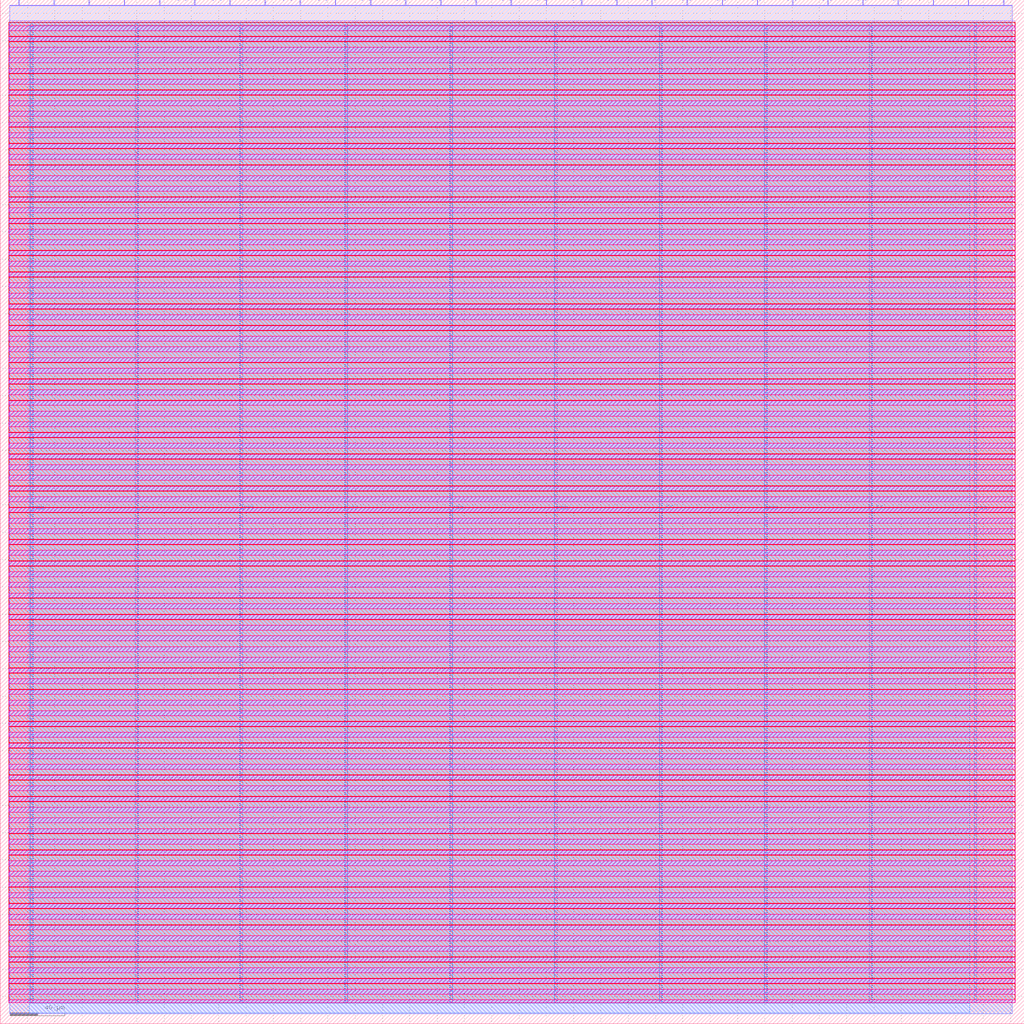
<source format=lef>
VERSION 5.7 ;
  NOWIREEXTENSIONATPIN ON ;
  DIVIDERCHAR "/" ;
  BUSBITCHARS "[]" ;
MACRO sid_top
  CLASS BLOCK ;
  FOREIGN sid_top ;
  ORIGIN 0.000 0.000 ;
  SIZE 750.000 BY 750.000 ;
  PIN DAC_clk
    DIRECTION OUTPUT TRISTATE ;
    USE SIGNAL ;
    ANTENNADIFFAREA 4.731200 ;
    PORT
      LAYER Metal2 ;
        RECT 13.440 746.000 14.000 750.000 ;
    END
  END DAC_clk
  PIN DAC_dat_1
    DIRECTION OUTPUT TRISTATE ;
    USE SIGNAL ;
    ANTENNADIFFAREA 4.731200 ;
    PORT
      LAYER Metal2 ;
        RECT 64.960 746.000 65.520 750.000 ;
    END
  END DAC_dat_1
  PIN DAC_dat_2
    DIRECTION OUTPUT TRISTATE ;
    USE SIGNAL ;
    ANTENNADIFFAREA 4.731200 ;
    PORT
      LAYER Metal2 ;
        RECT 90.720 746.000 91.280 750.000 ;
    END
  END DAC_dat_2
  PIN DAC_le
    DIRECTION OUTPUT TRISTATE ;
    USE SIGNAL ;
    ANTENNADIFFAREA 4.731200 ;
    PORT
      LAYER Metal2 ;
        RECT 39.200 746.000 39.760 750.000 ;
    END
  END DAC_le
  PIN addr[0]
    DIRECTION INPUT ;
    USE SIGNAL ;
    ANTENNAGATEAREA 1.102000 ;
    ANTENNADIFFAREA 0.410400 ;
    PORT
      LAYER Metal2 ;
        RECT 116.480 746.000 117.040 750.000 ;
    END
  END addr[0]
  PIN addr[1]
    DIRECTION INPUT ;
    USE SIGNAL ;
    ANTENNAGATEAREA 0.726000 ;
    ANTENNADIFFAREA 0.410400 ;
    PORT
      LAYER Metal2 ;
        RECT 142.240 746.000 142.800 750.000 ;
    END
  END addr[1]
  PIN addr[2]
    DIRECTION INPUT ;
    USE SIGNAL ;
    ANTENNAGATEAREA 1.102000 ;
    ANTENNADIFFAREA 0.410400 ;
    PORT
      LAYER Metal2 ;
        RECT 168.000 746.000 168.560 750.000 ;
    END
  END addr[2]
  PIN addr[3]
    DIRECTION INPUT ;
    USE SIGNAL ;
    ANTENNAGATEAREA 1.183000 ;
    ANTENNADIFFAREA 0.410400 ;
    PORT
      LAYER Metal2 ;
        RECT 193.760 746.000 194.320 750.000 ;
    END
  END addr[3]
  PIN addr[4]
    DIRECTION INPUT ;
    USE SIGNAL ;
    ANTENNAGATEAREA 0.726000 ;
    ANTENNADIFFAREA 0.410400 ;
    PORT
      LAYER Metal2 ;
        RECT 219.520 746.000 220.080 750.000 ;
    END
  END addr[4]
  PIN bus_cyc
    DIRECTION INPUT ;
    USE SIGNAL ;
    ANTENNAGATEAREA 0.741000 ;
    ANTENNADIFFAREA 0.410400 ;
    PORT
      LAYER Metal2 ;
        RECT 657.440 746.000 658.000 750.000 ;
    END
  END bus_cyc
  PIN bus_in[0]
    DIRECTION INPUT ;
    USE SIGNAL ;
    ANTENNAGATEAREA 0.726000 ;
    ANTENNADIFFAREA 0.410400 ;
    PORT
      LAYER Metal2 ;
        RECT 245.280 746.000 245.840 750.000 ;
    END
  END bus_in[0]
  PIN bus_in[1]
    DIRECTION INPUT ;
    USE SIGNAL ;
    ANTENNAGATEAREA 1.102000 ;
    ANTENNADIFFAREA 0.410400 ;
    PORT
      LAYER Metal2 ;
        RECT 271.040 746.000 271.600 750.000 ;
    END
  END bus_in[1]
  PIN bus_in[2]
    DIRECTION INPUT ;
    USE SIGNAL ;
    ANTENNAGATEAREA 0.726000 ;
    ANTENNADIFFAREA 0.410400 ;
    PORT
      LAYER Metal2 ;
        RECT 296.800 746.000 297.360 750.000 ;
    END
  END bus_in[2]
  PIN bus_in[3]
    DIRECTION INPUT ;
    USE SIGNAL ;
    ANTENNAGATEAREA 0.726000 ;
    ANTENNADIFFAREA 0.410400 ;
    PORT
      LAYER Metal2 ;
        RECT 322.560 746.000 323.120 750.000 ;
    END
  END bus_in[3]
  PIN bus_in[4]
    DIRECTION INPUT ;
    USE SIGNAL ;
    ANTENNAGATEAREA 0.498500 ;
    ANTENNADIFFAREA 0.410400 ;
    PORT
      LAYER Metal2 ;
        RECT 348.320 746.000 348.880 750.000 ;
    END
  END bus_in[4]
  PIN bus_in[5]
    DIRECTION INPUT ;
    USE SIGNAL ;
    ANTENNAGATEAREA 0.726000 ;
    ANTENNADIFFAREA 0.410400 ;
    PORT
      LAYER Metal2 ;
        RECT 374.080 746.000 374.640 750.000 ;
    END
  END bus_in[5]
  PIN bus_in[6]
    DIRECTION INPUT ;
    USE SIGNAL ;
    ANTENNAGATEAREA 0.726000 ;
    ANTENNADIFFAREA 0.410400 ;
    PORT
      LAYER Metal2 ;
        RECT 399.840 746.000 400.400 750.000 ;
    END
  END bus_in[6]
  PIN bus_in[7]
    DIRECTION INPUT ;
    USE SIGNAL ;
    ANTENNAGATEAREA 1.102000 ;
    ANTENNADIFFAREA 0.410400 ;
    PORT
      LAYER Metal2 ;
        RECT 425.600 746.000 426.160 750.000 ;
    END
  END bus_in[7]
  PIN bus_out[0]
    DIRECTION OUTPUT TRISTATE ;
    USE SIGNAL ;
    ANTENNADIFFAREA 4.731200 ;
    PORT
      LAYER Metal2 ;
        RECT 451.360 746.000 451.920 750.000 ;
    END
  END bus_out[0]
  PIN bus_out[1]
    DIRECTION OUTPUT TRISTATE ;
    USE SIGNAL ;
    ANTENNADIFFAREA 4.731200 ;
    PORT
      LAYER Metal2 ;
        RECT 477.120 746.000 477.680 750.000 ;
    END
  END bus_out[1]
  PIN bus_out[2]
    DIRECTION OUTPUT TRISTATE ;
    USE SIGNAL ;
    ANTENNADIFFAREA 4.731200 ;
    PORT
      LAYER Metal2 ;
        RECT 502.880 746.000 503.440 750.000 ;
    END
  END bus_out[2]
  PIN bus_out[3]
    DIRECTION OUTPUT TRISTATE ;
    USE SIGNAL ;
    ANTENNADIFFAREA 4.731200 ;
    PORT
      LAYER Metal2 ;
        RECT 528.640 746.000 529.200 750.000 ;
    END
  END bus_out[3]
  PIN bus_out[4]
    DIRECTION OUTPUT TRISTATE ;
    USE SIGNAL ;
    ANTENNADIFFAREA 4.731200 ;
    PORT
      LAYER Metal2 ;
        RECT 554.400 746.000 554.960 750.000 ;
    END
  END bus_out[4]
  PIN bus_out[5]
    DIRECTION OUTPUT TRISTATE ;
    USE SIGNAL ;
    ANTENNADIFFAREA 4.731200 ;
    PORT
      LAYER Metal2 ;
        RECT 580.160 746.000 580.720 750.000 ;
    END
  END bus_out[5]
  PIN bus_out[6]
    DIRECTION OUTPUT TRISTATE ;
    USE SIGNAL ;
    ANTENNADIFFAREA 4.731200 ;
    PORT
      LAYER Metal2 ;
        RECT 605.920 746.000 606.480 750.000 ;
    END
  END bus_out[6]
  PIN bus_out[7]
    DIRECTION OUTPUT TRISTATE ;
    USE SIGNAL ;
    ANTENNADIFFAREA 4.731200 ;
    PORT
      LAYER Metal2 ;
        RECT 631.680 746.000 632.240 750.000 ;
    END
  END bus_out[7]
  PIN bus_we
    DIRECTION INPUT ;
    USE SIGNAL ;
    ANTENNAGATEAREA 0.741000 ;
    ANTENNADIFFAREA 0.410400 ;
    PORT
      LAYER Metal2 ;
        RECT 683.200 746.000 683.760 750.000 ;
    END
  END bus_we
  PIN clk
    DIRECTION INPUT ;
    USE SIGNAL ;
    ANTENNAGATEAREA 4.738000 ;
    ANTENNADIFFAREA 0.410400 ;
    PORT
      LAYER Metal2 ;
        RECT 708.960 746.000 709.520 750.000 ;
    END
  END clk
  PIN rst
    DIRECTION INPUT ;
    USE SIGNAL ;
    ANTENNAGATEAREA 1.102000 ;
    ANTENNADIFFAREA 0.410400 ;
    PORT
      LAYER Metal2 ;
        RECT 734.720 746.000 735.280 750.000 ;
    END
  END rst
  PIN vdd
    DIRECTION INOUT ;
    USE POWER ;
    PORT
      LAYER Metal4 ;
        RECT 22.240 15.380 23.840 733.340 ;
    END
    PORT
      LAYER Metal4 ;
        RECT 175.840 15.380 177.440 733.340 ;
    END
    PORT
      LAYER Metal4 ;
        RECT 329.440 15.380 331.040 733.340 ;
    END
    PORT
      LAYER Metal4 ;
        RECT 483.040 15.380 484.640 733.340 ;
    END
    PORT
      LAYER Metal4 ;
        RECT 636.640 15.380 638.240 733.340 ;
    END
  END vdd
  PIN vss
    DIRECTION INOUT ;
    USE GROUND ;
    PORT
      LAYER Metal4 ;
        RECT 99.040 15.380 100.640 733.340 ;
    END
    PORT
      LAYER Metal4 ;
        RECT 252.640 15.380 254.240 733.340 ;
    END
    PORT
      LAYER Metal4 ;
        RECT 406.240 15.380 407.840 733.340 ;
    END
    PORT
      LAYER Metal4 ;
        RECT 559.840 15.380 561.440 733.340 ;
    END
    PORT
      LAYER Metal4 ;
        RECT 713.440 15.380 715.040 733.340 ;
    END
  END vss
  OBS
      LAYER Nwell ;
        RECT 6.290 730.880 743.550 733.470 ;
      LAYER Pwell ;
        RECT 6.290 727.360 743.550 730.880 ;
      LAYER Nwell ;
        RECT 6.290 727.235 63.880 727.360 ;
        RECT 6.290 723.165 743.550 727.235 ;
        RECT 6.290 723.040 37.905 723.165 ;
      LAYER Pwell ;
        RECT 6.290 719.520 743.550 723.040 ;
      LAYER Nwell ;
        RECT 6.290 719.395 19.425 719.520 ;
        RECT 6.290 715.325 743.550 719.395 ;
        RECT 6.290 715.200 12.705 715.325 ;
      LAYER Pwell ;
        RECT 6.290 711.680 743.550 715.200 ;
      LAYER Nwell ;
        RECT 6.290 711.555 62.200 711.680 ;
        RECT 6.290 707.485 743.550 711.555 ;
        RECT 6.290 707.360 333.800 707.485 ;
      LAYER Pwell ;
        RECT 6.290 703.840 743.550 707.360 ;
      LAYER Nwell ;
        RECT 6.290 703.715 91.105 703.840 ;
        RECT 6.290 699.645 743.550 703.715 ;
        RECT 6.290 699.520 12.705 699.645 ;
      LAYER Pwell ;
        RECT 6.290 696.000 743.550 699.520 ;
      LAYER Nwell ;
        RECT 6.290 695.875 142.065 696.000 ;
        RECT 6.290 691.805 743.550 695.875 ;
        RECT 6.290 691.680 12.705 691.805 ;
      LAYER Pwell ;
        RECT 6.290 688.160 743.550 691.680 ;
      LAYER Nwell ;
        RECT 6.290 688.035 105.320 688.160 ;
        RECT 6.290 683.965 743.550 688.035 ;
        RECT 6.290 683.840 149.905 683.965 ;
      LAYER Pwell ;
        RECT 6.290 680.320 743.550 683.840 ;
      LAYER Nwell ;
        RECT 6.290 680.195 12.705 680.320 ;
        RECT 6.290 676.125 743.550 680.195 ;
        RECT 6.290 676.000 39.350 676.125 ;
      LAYER Pwell ;
        RECT 6.290 672.480 743.550 676.000 ;
      LAYER Nwell ;
        RECT 6.290 672.355 22.830 672.480 ;
        RECT 6.290 668.285 743.550 672.355 ;
        RECT 6.290 668.160 81.030 668.285 ;
      LAYER Pwell ;
        RECT 6.290 664.640 743.550 668.160 ;
      LAYER Nwell ;
        RECT 6.290 664.515 180.145 664.640 ;
        RECT 6.290 660.445 743.550 664.515 ;
        RECT 6.290 660.320 14.990 660.445 ;
      LAYER Pwell ;
        RECT 6.290 656.800 743.550 660.320 ;
      LAYER Nwell ;
        RECT 6.290 656.675 36.915 656.800 ;
        RECT 6.290 652.605 743.550 656.675 ;
        RECT 6.290 652.480 38.230 652.605 ;
      LAYER Pwell ;
        RECT 6.290 648.960 743.550 652.480 ;
      LAYER Nwell ;
        RECT 6.290 648.835 25.910 648.960 ;
        RECT 6.290 644.765 743.550 648.835 ;
        RECT 6.290 644.640 51.670 644.765 ;
      LAYER Pwell ;
        RECT 6.290 641.120 743.550 644.640 ;
      LAYER Nwell ;
        RECT 6.290 640.995 140.040 641.120 ;
        RECT 6.290 636.925 743.550 640.995 ;
        RECT 6.290 636.800 12.705 636.925 ;
      LAYER Pwell ;
        RECT 6.290 633.280 743.550 636.800 ;
      LAYER Nwell ;
        RECT 6.290 633.155 185.960 633.280 ;
        RECT 6.290 629.085 743.550 633.155 ;
        RECT 6.290 628.960 32.305 629.085 ;
      LAYER Pwell ;
        RECT 6.290 625.440 743.550 628.960 ;
      LAYER Nwell ;
        RECT 6.290 625.315 12.705 625.440 ;
        RECT 6.290 621.245 743.550 625.315 ;
        RECT 6.290 621.120 51.000 621.245 ;
      LAYER Pwell ;
        RECT 6.290 617.600 743.550 621.120 ;
      LAYER Nwell ;
        RECT 6.290 617.475 144.520 617.600 ;
        RECT 6.290 613.405 743.550 617.475 ;
        RECT 6.290 613.280 83.590 613.405 ;
      LAYER Pwell ;
        RECT 6.290 609.760 743.550 613.280 ;
      LAYER Nwell ;
        RECT 6.290 609.635 18.385 609.760 ;
        RECT 6.290 605.565 743.550 609.635 ;
        RECT 6.290 605.440 21.210 605.565 ;
      LAYER Pwell ;
        RECT 6.290 601.920 743.550 605.440 ;
      LAYER Nwell ;
        RECT 6.290 601.795 56.430 601.920 ;
        RECT 6.290 597.725 743.550 601.795 ;
        RECT 6.290 597.600 74.955 597.725 ;
      LAYER Pwell ;
        RECT 6.290 594.080 743.550 597.600 ;
      LAYER Nwell ;
        RECT 6.290 593.955 38.085 594.080 ;
        RECT 6.290 589.885 743.550 593.955 ;
        RECT 6.290 589.760 81.175 589.885 ;
      LAYER Pwell ;
        RECT 6.290 586.240 743.550 589.760 ;
      LAYER Nwell ;
        RECT 6.290 586.115 9.995 586.240 ;
        RECT 6.290 582.045 743.550 586.115 ;
        RECT 6.290 581.920 55.310 582.045 ;
      LAYER Pwell ;
        RECT 6.290 578.400 743.550 581.920 ;
      LAYER Nwell ;
        RECT 6.290 578.275 136.680 578.400 ;
        RECT 6.290 574.205 743.550 578.275 ;
        RECT 6.290 574.080 39.630 574.205 ;
      LAYER Pwell ;
        RECT 6.290 570.560 743.550 574.080 ;
      LAYER Nwell ;
        RECT 6.290 570.435 27.030 570.560 ;
        RECT 6.290 566.365 743.550 570.435 ;
        RECT 6.290 566.240 80.230 566.365 ;
      LAYER Pwell ;
        RECT 6.290 562.720 743.550 566.240 ;
      LAYER Nwell ;
        RECT 6.290 562.595 57.830 562.720 ;
        RECT 6.290 558.525 743.550 562.595 ;
        RECT 6.290 558.400 204.440 558.525 ;
      LAYER Pwell ;
        RECT 6.290 554.880 743.550 558.400 ;
      LAYER Nwell ;
        RECT 6.290 554.755 130.865 554.880 ;
        RECT 6.290 550.685 743.550 554.755 ;
        RECT 6.290 550.560 110.705 550.685 ;
      LAYER Pwell ;
        RECT 6.290 547.040 743.550 550.560 ;
      LAYER Nwell ;
        RECT 6.290 546.915 224.945 547.040 ;
        RECT 6.290 542.845 743.550 546.915 ;
        RECT 6.290 542.720 48.310 542.845 ;
      LAYER Pwell ;
        RECT 6.290 539.200 743.550 542.720 ;
      LAYER Nwell ;
        RECT 6.290 539.075 222.705 539.200 ;
        RECT 6.290 535.005 743.550 539.075 ;
        RECT 6.290 534.880 21.990 535.005 ;
      LAYER Pwell ;
        RECT 6.290 531.360 743.550 534.880 ;
      LAYER Nwell ;
        RECT 6.290 531.235 150.465 531.360 ;
        RECT 6.290 527.165 743.550 531.235 ;
        RECT 6.290 527.040 203.880 527.165 ;
      LAYER Pwell ;
        RECT 6.290 523.520 743.550 527.040 ;
      LAYER Nwell ;
        RECT 6.290 523.395 12.705 523.520 ;
        RECT 6.290 519.325 743.550 523.395 ;
        RECT 6.290 519.200 71.505 519.325 ;
      LAYER Pwell ;
        RECT 6.290 515.680 743.550 519.200 ;
      LAYER Nwell ;
        RECT 6.290 515.555 18.305 515.680 ;
        RECT 6.290 511.485 743.550 515.555 ;
        RECT 6.290 511.360 12.705 511.485 ;
      LAYER Pwell ;
        RECT 6.290 507.840 743.550 511.360 ;
      LAYER Nwell ;
        RECT 6.290 507.715 92.785 507.840 ;
        RECT 6.290 503.645 743.550 507.715 ;
        RECT 6.290 503.520 165.025 503.645 ;
      LAYER Pwell ;
        RECT 6.290 500.000 743.550 503.520 ;
      LAYER Nwell ;
        RECT 6.290 499.875 34.545 500.000 ;
        RECT 6.290 495.805 743.550 499.875 ;
        RECT 6.290 495.680 86.950 495.805 ;
      LAYER Pwell ;
        RECT 6.290 492.160 743.550 495.680 ;
      LAYER Nwell ;
        RECT 6.290 492.035 21.105 492.160 ;
        RECT 6.290 487.965 743.550 492.035 ;
        RECT 6.290 487.840 12.705 487.965 ;
      LAYER Pwell ;
        RECT 6.290 484.320 743.550 487.840 ;
      LAYER Nwell ;
        RECT 6.290 484.195 142.625 484.320 ;
        RECT 6.290 480.125 743.550 484.195 ;
        RECT 6.290 480.000 159.425 480.125 ;
      LAYER Pwell ;
        RECT 6.290 476.480 743.550 480.000 ;
      LAYER Nwell ;
        RECT 6.290 476.355 90.740 476.480 ;
        RECT 6.290 472.285 743.550 476.355 ;
        RECT 6.290 472.160 12.705 472.285 ;
      LAYER Pwell ;
        RECT 6.290 468.640 743.550 472.160 ;
      LAYER Nwell ;
        RECT 6.290 468.515 52.230 468.640 ;
        RECT 6.290 464.445 743.550 468.515 ;
        RECT 6.290 464.320 40.900 464.445 ;
      LAYER Pwell ;
        RECT 6.290 460.800 743.550 464.320 ;
      LAYER Nwell ;
        RECT 6.290 460.675 39.115 460.800 ;
        RECT 6.290 456.605 743.550 460.675 ;
        RECT 6.290 456.480 42.475 456.605 ;
      LAYER Pwell ;
        RECT 6.290 452.960 743.550 456.480 ;
      LAYER Nwell ;
        RECT 6.290 452.835 170.625 452.960 ;
        RECT 6.290 448.765 743.550 452.835 ;
        RECT 6.290 448.640 12.705 448.765 ;
      LAYER Pwell ;
        RECT 6.290 445.120 743.550 448.640 ;
      LAYER Nwell ;
        RECT 6.290 444.995 61.515 445.120 ;
        RECT 6.290 440.925 743.550 444.995 ;
        RECT 6.290 440.800 110.705 440.925 ;
      LAYER Pwell ;
        RECT 6.290 437.280 743.550 440.800 ;
      LAYER Nwell ;
        RECT 6.290 437.155 111.590 437.280 ;
        RECT 6.290 433.085 743.550 437.155 ;
        RECT 6.290 432.960 83.480 433.085 ;
      LAYER Pwell ;
        RECT 6.290 429.440 743.550 432.960 ;
      LAYER Nwell ;
        RECT 6.290 429.315 12.705 429.440 ;
        RECT 6.290 425.245 743.550 429.315 ;
        RECT 6.290 425.120 153.825 425.245 ;
      LAYER Pwell ;
        RECT 6.290 421.600 743.550 425.120 ;
      LAYER Nwell ;
        RECT 6.290 421.475 56.945 421.600 ;
        RECT 6.290 417.405 743.550 421.475 ;
        RECT 6.290 417.280 187.505 417.405 ;
      LAYER Pwell ;
        RECT 6.290 413.760 743.550 417.280 ;
      LAYER Nwell ;
        RECT 6.290 413.635 287.105 413.760 ;
        RECT 6.290 409.565 743.550 413.635 ;
        RECT 6.290 409.440 41.890 409.565 ;
      LAYER Pwell ;
        RECT 6.290 405.920 743.550 409.440 ;
      LAYER Nwell ;
        RECT 6.290 405.795 12.705 405.920 ;
        RECT 6.290 401.725 743.550 405.795 ;
        RECT 6.290 401.600 154.385 401.725 ;
      LAYER Pwell ;
        RECT 6.290 398.080 743.550 401.600 ;
      LAYER Nwell ;
        RECT 6.290 397.955 12.705 398.080 ;
        RECT 6.290 393.885 743.550 397.955 ;
        RECT 6.290 393.760 29.010 393.885 ;
      LAYER Pwell ;
        RECT 6.290 390.240 743.550 393.760 ;
      LAYER Nwell ;
        RECT 6.290 390.115 38.555 390.240 ;
        RECT 6.290 386.045 743.550 390.115 ;
        RECT 6.290 385.920 36.830 386.045 ;
      LAYER Pwell ;
        RECT 6.290 382.400 743.550 385.920 ;
      LAYER Nwell ;
        RECT 6.290 382.275 209.265 382.400 ;
        RECT 6.290 378.205 743.550 382.275 ;
        RECT 6.290 378.080 112.385 378.205 ;
      LAYER Pwell ;
        RECT 6.290 374.560 743.550 378.080 ;
      LAYER Nwell ;
        RECT 6.290 374.435 12.705 374.560 ;
        RECT 6.290 370.365 743.550 374.435 ;
        RECT 6.290 370.240 76.940 370.365 ;
      LAYER Pwell ;
        RECT 6.290 366.720 743.550 370.240 ;
      LAYER Nwell ;
        RECT 6.290 366.595 52.860 366.720 ;
        RECT 6.290 362.525 743.550 366.595 ;
        RECT 6.290 362.400 13.265 362.525 ;
      LAYER Pwell ;
        RECT 6.290 358.880 743.550 362.400 ;
      LAYER Nwell ;
        RECT 6.290 358.755 110.360 358.880 ;
        RECT 6.290 354.685 743.550 358.755 ;
        RECT 6.290 354.560 209.825 354.685 ;
      LAYER Pwell ;
        RECT 6.290 351.040 743.550 354.560 ;
      LAYER Nwell ;
        RECT 6.290 350.915 130.070 351.040 ;
        RECT 6.290 346.845 743.550 350.915 ;
        RECT 6.290 346.720 335.305 346.845 ;
      LAYER Pwell ;
        RECT 6.290 343.200 743.550 346.720 ;
      LAYER Nwell ;
        RECT 6.290 343.075 12.705 343.200 ;
        RECT 6.290 339.005 743.550 343.075 ;
        RECT 6.290 338.880 13.265 339.005 ;
      LAYER Pwell ;
        RECT 6.290 335.360 743.550 338.880 ;
      LAYER Nwell ;
        RECT 6.290 335.235 98.385 335.360 ;
        RECT 6.290 331.165 743.550 335.235 ;
        RECT 6.290 331.040 160.760 331.165 ;
      LAYER Pwell ;
        RECT 6.290 327.520 743.550 331.040 ;
      LAYER Nwell ;
        RECT 6.290 327.395 218.875 327.520 ;
        RECT 6.290 323.325 743.550 327.395 ;
        RECT 6.290 323.200 88.520 323.325 ;
      LAYER Pwell ;
        RECT 6.290 319.680 743.550 323.200 ;
      LAYER Nwell ;
        RECT 6.290 319.555 16.065 319.680 ;
        RECT 6.290 315.485 743.550 319.555 ;
        RECT 6.290 315.360 12.705 315.485 ;
      LAYER Pwell ;
        RECT 6.290 311.840 743.550 315.360 ;
      LAYER Nwell ;
        RECT 6.290 311.715 32.305 311.840 ;
        RECT 6.290 307.645 743.550 311.715 ;
        RECT 6.290 307.520 91.990 307.645 ;
      LAYER Pwell ;
        RECT 6.290 304.000 743.550 307.520 ;
      LAYER Nwell ;
        RECT 6.290 303.875 24.465 304.000 ;
        RECT 6.290 299.805 743.550 303.875 ;
        RECT 6.290 299.680 45.745 299.805 ;
      LAYER Pwell ;
        RECT 6.290 296.160 743.550 299.680 ;
      LAYER Nwell ;
        RECT 6.290 296.035 62.545 296.160 ;
        RECT 6.290 291.965 743.550 296.035 ;
        RECT 6.290 291.840 44.105 291.965 ;
      LAYER Pwell ;
        RECT 6.290 288.320 743.550 291.840 ;
      LAYER Nwell ;
        RECT 6.290 288.195 16.950 288.320 ;
        RECT 6.290 284.125 743.550 288.195 ;
        RECT 6.290 284.000 59.020 284.125 ;
      LAYER Pwell ;
        RECT 6.290 280.480 743.550 284.000 ;
      LAYER Nwell ;
        RECT 6.290 280.355 51.670 280.480 ;
        RECT 6.290 276.285 743.550 280.355 ;
        RECT 6.290 276.160 149.905 276.285 ;
      LAYER Pwell ;
        RECT 6.290 272.640 743.550 276.160 ;
      LAYER Nwell ;
        RECT 6.290 272.515 36.375 272.640 ;
        RECT 6.290 268.445 743.550 272.515 ;
        RECT 6.290 268.320 159.260 268.445 ;
      LAYER Pwell ;
        RECT 6.290 264.800 743.550 268.320 ;
      LAYER Nwell ;
        RECT 6.290 264.675 256.455 264.800 ;
        RECT 6.290 260.605 743.550 264.675 ;
        RECT 6.290 260.480 201.190 260.605 ;
      LAYER Pwell ;
        RECT 6.290 256.960 743.550 260.480 ;
      LAYER Nwell ;
        RECT 6.290 256.835 29.550 256.960 ;
        RECT 6.290 252.765 743.550 256.835 ;
        RECT 6.290 252.640 9.950 252.765 ;
      LAYER Pwell ;
        RECT 6.290 249.120 743.550 252.640 ;
      LAYER Nwell ;
        RECT 6.290 248.995 166.210 249.120 ;
        RECT 6.290 244.925 743.550 248.995 ;
        RECT 6.290 244.800 158.865 244.925 ;
      LAYER Pwell ;
        RECT 6.290 241.280 743.550 244.800 ;
      LAYER Nwell ;
        RECT 6.290 241.155 37.950 241.280 ;
        RECT 6.290 237.085 743.550 241.155 ;
        RECT 6.290 236.960 154.650 237.085 ;
      LAYER Pwell ;
        RECT 6.290 233.440 743.550 236.960 ;
      LAYER Nwell ;
        RECT 6.290 233.315 51.670 233.440 ;
        RECT 6.290 229.245 743.550 233.315 ;
        RECT 6.290 229.120 210.430 229.245 ;
      LAYER Pwell ;
        RECT 6.290 225.600 743.550 229.120 ;
      LAYER Nwell ;
        RECT 6.290 225.475 48.590 225.600 ;
        RECT 6.290 221.405 743.550 225.475 ;
        RECT 6.290 221.280 62.870 221.405 ;
      LAYER Pwell ;
        RECT 6.290 217.760 743.550 221.280 ;
      LAYER Nwell ;
        RECT 6.290 217.635 413.990 217.760 ;
        RECT 6.290 213.565 743.550 217.635 ;
        RECT 6.290 213.440 227.275 213.565 ;
      LAYER Pwell ;
        RECT 6.290 209.920 743.550 213.440 ;
      LAYER Nwell ;
        RECT 6.290 209.795 186.910 209.920 ;
        RECT 6.290 205.725 743.550 209.795 ;
        RECT 6.290 205.600 86.390 205.725 ;
      LAYER Pwell ;
        RECT 6.290 202.080 743.550 205.600 ;
      LAYER Nwell ;
        RECT 6.290 201.955 138.750 202.080 ;
        RECT 6.290 197.885 743.550 201.955 ;
        RECT 6.290 197.760 41.870 197.885 ;
      LAYER Pwell ;
        RECT 6.290 194.240 743.550 197.760 ;
      LAYER Nwell ;
        RECT 6.290 194.115 118.590 194.240 ;
        RECT 6.290 190.045 743.550 194.115 ;
        RECT 6.290 189.920 177.390 190.045 ;
      LAYER Pwell ;
        RECT 6.290 186.400 743.550 189.920 ;
      LAYER Nwell ;
        RECT 6.290 186.275 11.675 186.400 ;
        RECT 6.290 182.205 743.550 186.275 ;
        RECT 6.290 182.080 28.990 182.205 ;
      LAYER Pwell ;
        RECT 6.290 178.560 743.550 182.080 ;
      LAYER Nwell ;
        RECT 6.290 178.435 89.505 178.560 ;
        RECT 6.290 174.365 743.550 178.435 ;
        RECT 6.290 174.240 68.190 174.365 ;
      LAYER Pwell ;
        RECT 6.290 170.720 743.550 174.240 ;
      LAYER Nwell ;
        RECT 6.290 170.595 22.830 170.720 ;
        RECT 6.290 166.525 743.550 170.595 ;
        RECT 6.290 166.400 245.990 166.525 ;
      LAYER Pwell ;
        RECT 6.290 162.880 743.550 166.400 ;
      LAYER Nwell ;
        RECT 6.290 162.755 259.435 162.880 ;
        RECT 6.290 158.685 743.550 162.755 ;
        RECT 6.290 158.560 12.750 158.685 ;
      LAYER Pwell ;
        RECT 6.290 155.040 743.550 158.560 ;
      LAYER Nwell ;
        RECT 6.290 154.915 9.435 155.040 ;
        RECT 6.290 150.845 743.550 154.915 ;
        RECT 6.290 150.720 47.470 150.845 ;
      LAYER Pwell ;
        RECT 6.290 147.200 743.550 150.720 ;
      LAYER Nwell ;
        RECT 6.290 147.075 67.630 147.200 ;
        RECT 6.290 143.005 743.550 147.075 ;
        RECT 6.290 142.880 51.390 143.005 ;
      LAYER Pwell ;
        RECT 6.290 139.360 743.550 142.880 ;
      LAYER Nwell ;
        RECT 6.290 139.235 260.550 139.360 ;
        RECT 6.290 135.165 743.550 139.235 ;
        RECT 6.290 135.040 59.790 135.165 ;
      LAYER Pwell ;
        RECT 6.290 131.520 743.550 135.040 ;
      LAYER Nwell ;
        RECT 6.290 131.395 79.390 131.520 ;
        RECT 6.290 127.325 743.550 131.395 ;
        RECT 6.290 127.200 18.350 127.325 ;
      LAYER Pwell ;
        RECT 6.290 123.680 743.550 127.200 ;
      LAYER Nwell ;
        RECT 6.290 123.555 35.990 123.680 ;
        RECT 6.290 119.485 743.550 123.555 ;
        RECT 6.290 119.360 31.790 119.485 ;
      LAYER Pwell ;
        RECT 6.290 115.840 743.550 119.360 ;
      LAYER Nwell ;
        RECT 6.290 115.715 14.990 115.840 ;
        RECT 6.290 111.645 743.550 115.715 ;
        RECT 6.290 111.520 40.540 111.645 ;
      LAYER Pwell ;
        RECT 6.290 108.000 743.550 111.520 ;
      LAYER Nwell ;
        RECT 6.290 107.875 16.460 108.000 ;
        RECT 6.290 103.805 743.550 107.875 ;
        RECT 6.290 103.680 33.750 103.805 ;
      LAYER Pwell ;
        RECT 6.290 100.160 743.550 103.680 ;
      LAYER Nwell ;
        RECT 6.290 100.035 14.990 100.160 ;
        RECT 6.290 95.965 743.550 100.035 ;
        RECT 6.290 95.840 107.950 95.965 ;
      LAYER Pwell ;
        RECT 6.290 92.320 743.550 95.840 ;
      LAYER Nwell ;
        RECT 6.290 92.195 32.350 92.320 ;
        RECT 6.290 88.125 743.550 92.195 ;
        RECT 6.290 88.000 23.670 88.125 ;
      LAYER Pwell ;
        RECT 6.290 84.480 743.550 88.000 ;
      LAYER Nwell ;
        RECT 6.290 84.355 52.300 84.480 ;
        RECT 6.290 80.285 743.550 84.355 ;
        RECT 6.290 80.160 50.865 80.285 ;
      LAYER Pwell ;
        RECT 6.290 76.640 743.550 80.160 ;
      LAYER Nwell ;
        RECT 6.290 76.515 43.270 76.640 ;
        RECT 6.290 72.445 743.550 76.515 ;
        RECT 6.290 72.320 51.435 72.445 ;
      LAYER Pwell ;
        RECT 6.290 68.800 743.550 72.320 ;
      LAYER Nwell ;
        RECT 6.290 68.675 35.990 68.800 ;
        RECT 6.290 64.605 743.550 68.675 ;
        RECT 6.290 64.480 157.275 64.605 ;
      LAYER Pwell ;
        RECT 6.290 60.960 743.550 64.480 ;
      LAYER Nwell ;
        RECT 6.290 60.835 54.680 60.960 ;
        RECT 6.290 56.765 743.550 60.835 ;
        RECT 6.290 56.640 68.190 56.765 ;
      LAYER Pwell ;
        RECT 6.290 53.120 743.550 56.640 ;
      LAYER Nwell ;
        RECT 6.290 52.995 43.270 53.120 ;
        RECT 6.290 48.925 743.550 52.995 ;
        RECT 6.290 48.800 74.955 48.925 ;
      LAYER Pwell ;
        RECT 6.290 45.280 743.550 48.800 ;
      LAYER Nwell ;
        RECT 6.290 45.155 51.670 45.280 ;
        RECT 6.290 41.085 743.550 45.155 ;
        RECT 6.290 40.960 110.785 41.085 ;
      LAYER Pwell ;
        RECT 6.290 37.440 743.550 40.960 ;
      LAYER Nwell ;
        RECT 6.290 37.315 62.590 37.440 ;
        RECT 6.290 33.245 743.550 37.315 ;
        RECT 6.290 33.120 123.420 33.245 ;
      LAYER Pwell ;
        RECT 6.290 29.600 743.550 33.120 ;
      LAYER Nwell ;
        RECT 6.290 29.475 76.310 29.600 ;
        RECT 6.290 25.405 743.550 29.475 ;
        RECT 6.290 25.280 116.630 25.405 ;
      LAYER Pwell ;
        RECT 6.290 21.760 743.550 25.280 ;
      LAYER Nwell ;
        RECT 6.290 21.635 193.690 21.760 ;
        RECT 6.290 17.440 743.550 21.635 ;
      LAYER Pwell ;
        RECT 6.290 15.250 743.550 17.440 ;
      LAYER Metal1 ;
        RECT 6.720 15.380 743.120 734.570 ;
      LAYER Metal2 ;
        RECT 6.860 745.700 13.140 746.000 ;
        RECT 14.300 745.700 38.900 746.000 ;
        RECT 40.060 745.700 64.660 746.000 ;
        RECT 65.820 745.700 90.420 746.000 ;
        RECT 91.580 745.700 116.180 746.000 ;
        RECT 117.340 745.700 141.940 746.000 ;
        RECT 143.100 745.700 167.700 746.000 ;
        RECT 168.860 745.700 193.460 746.000 ;
        RECT 194.620 745.700 219.220 746.000 ;
        RECT 220.380 745.700 244.980 746.000 ;
        RECT 246.140 745.700 270.740 746.000 ;
        RECT 271.900 745.700 296.500 746.000 ;
        RECT 297.660 745.700 322.260 746.000 ;
        RECT 323.420 745.700 348.020 746.000 ;
        RECT 349.180 745.700 373.780 746.000 ;
        RECT 374.940 745.700 399.540 746.000 ;
        RECT 400.700 745.700 425.300 746.000 ;
        RECT 426.460 745.700 451.060 746.000 ;
        RECT 452.220 745.700 476.820 746.000 ;
        RECT 477.980 745.700 502.580 746.000 ;
        RECT 503.740 745.700 528.340 746.000 ;
        RECT 529.500 745.700 554.100 746.000 ;
        RECT 555.260 745.700 579.860 746.000 ;
        RECT 581.020 745.700 605.620 746.000 ;
        RECT 606.780 745.700 631.380 746.000 ;
        RECT 632.540 745.700 657.140 746.000 ;
        RECT 658.300 745.700 682.900 746.000 ;
        RECT 684.060 745.700 708.660 746.000 ;
        RECT 709.820 745.700 734.420 746.000 ;
        RECT 735.580 745.700 741.300 746.000 ;
        RECT 6.860 7.370 741.300 745.700 ;
      LAYER Metal3 ;
        RECT 6.810 7.420 741.350 733.180 ;
      LAYER Metal4 ;
        RECT 21.420 15.080 21.940 731.270 ;
        RECT 24.140 15.080 98.740 731.270 ;
        RECT 100.940 15.080 175.540 731.270 ;
        RECT 177.740 15.080 252.340 731.270 ;
        RECT 254.540 15.080 329.140 731.270 ;
        RECT 331.340 15.080 405.940 731.270 ;
        RECT 408.140 15.080 482.740 731.270 ;
        RECT 484.940 15.080 559.540 731.270 ;
        RECT 561.740 15.080 636.340 731.270 ;
        RECT 638.540 15.080 709.940 731.270 ;
        RECT 21.420 7.930 709.940 15.080 ;
  END
END sid_top
END LIBRARY


</source>
